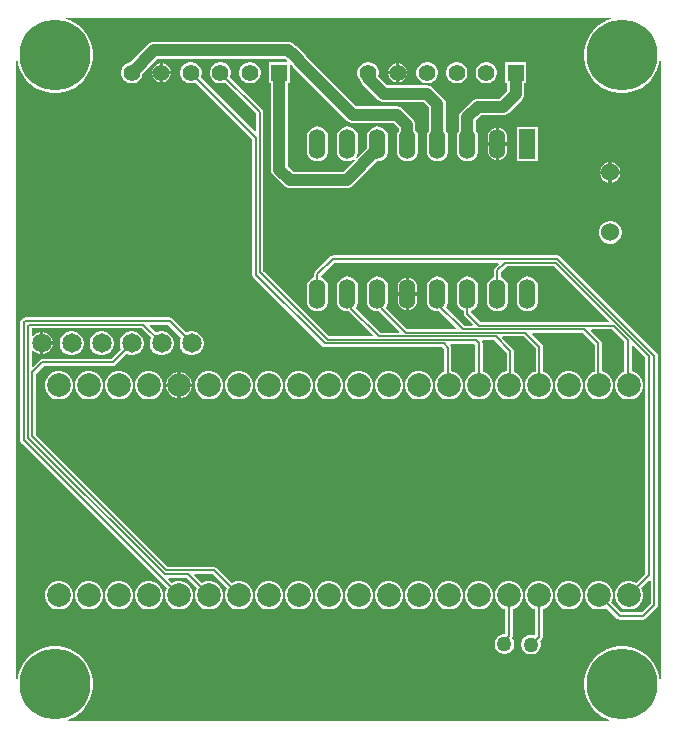
<source format=gtl>
G04*
G04 #@! TF.GenerationSoftware,Altium Limited,Altium Designer,22.11.1 (43)*
G04*
G04 Layer_Physical_Order=1*
G04 Layer_Color=255*
%FSLAX25Y25*%
%MOIN*%
G70*
G04*
G04 #@! TF.SameCoordinates,AF9D1AC7-D161-4756-986D-43FDA94486ED*
G04*
G04*
G04 #@! TF.FilePolarity,Positive*
G04*
G01*
G75*
%ADD12C,0.00787*%
%ADD20C,0.05512*%
%ADD21R,0.05512X0.05512*%
%ADD22C,0.03937*%
%ADD23C,0.23622*%
%ADD24C,0.06000*%
%ADD25O,0.05500X0.10000*%
%ADD26R,0.05500X0.10000*%
%ADD27C,0.07874*%
%ADD28C,0.06500*%
%ADD29C,0.05000*%
G36*
X185395Y12083D02*
X184140Y11675D01*
X182373Y10775D01*
X180769Y9610D01*
X179367Y8207D01*
X178201Y6603D01*
X177301Y4836D01*
X176688Y2950D01*
X176378Y991D01*
Y-991D01*
X176688Y-2950D01*
X177301Y-4836D01*
X178201Y-6603D01*
X179367Y-8207D01*
X180769Y-9610D01*
X182373Y-10775D01*
X184140Y-11675D01*
X186026Y-12288D01*
X187985Y-12598D01*
X189968D01*
X191927Y-12288D01*
X193813Y-11675D01*
X195579Y-10775D01*
X197184Y-9610D01*
X198586Y-8207D01*
X199751Y-6603D01*
X200652Y-4836D01*
X201265Y-2950D01*
X201453Y-1760D01*
X201953Y-1799D01*
Y-207847D01*
X201453Y-207886D01*
X201265Y-206696D01*
X200652Y-204809D01*
X199751Y-203043D01*
X198586Y-201438D01*
X197184Y-200036D01*
X195579Y-198871D01*
X193813Y-197970D01*
X191927Y-197357D01*
X189968Y-197047D01*
X187985D01*
X186026Y-197357D01*
X184140Y-197970D01*
X182373Y-198871D01*
X180769Y-200036D01*
X179367Y-201438D01*
X178201Y-203043D01*
X177301Y-204809D01*
X176688Y-206696D01*
X176378Y-208654D01*
Y-210637D01*
X176688Y-212596D01*
X177301Y-214482D01*
X178201Y-216249D01*
X179367Y-217853D01*
X180769Y-219255D01*
X182373Y-220421D01*
X184140Y-221321D01*
X184789Y-221532D01*
X184710Y-222032D01*
X4267D01*
X4187Y-221532D01*
X4836Y-221321D01*
X6603Y-220421D01*
X8207Y-219255D01*
X9610Y-217853D01*
X10775Y-216249D01*
X11675Y-214482D01*
X12288Y-212596D01*
X12598Y-210637D01*
Y-208654D01*
X12288Y-206696D01*
X11675Y-204809D01*
X10775Y-203043D01*
X9610Y-201438D01*
X8207Y-200036D01*
X6603Y-198871D01*
X4836Y-197970D01*
X2950Y-197357D01*
X991Y-197047D01*
X-991D01*
X-2950Y-197357D01*
X-4836Y-197970D01*
X-6603Y-198871D01*
X-8207Y-200036D01*
X-9610Y-201438D01*
X-10775Y-203043D01*
X-11675Y-204809D01*
X-12288Y-206696D01*
X-12477Y-207886D01*
X-12977Y-207846D01*
Y-1799D01*
X-12477Y-1760D01*
X-12288Y-2950D01*
X-11675Y-4836D01*
X-10775Y-6603D01*
X-9610Y-8207D01*
X-8207Y-9610D01*
X-6603Y-10775D01*
X-4836Y-11675D01*
X-2950Y-12288D01*
X-991Y-12598D01*
X991D01*
X2950Y-12288D01*
X4836Y-11675D01*
X6603Y-10775D01*
X8207Y-9610D01*
X9610Y-8207D01*
X10775Y-6603D01*
X11675Y-4836D01*
X12288Y-2950D01*
X12598Y-991D01*
Y991D01*
X12288Y2950D01*
X11675Y4836D01*
X10775Y6603D01*
X9610Y8207D01*
X8207Y9610D01*
X6603Y10775D01*
X4836Y11675D01*
X3582Y12083D01*
X3661Y12583D01*
X185316D01*
X185395Y12083D01*
D02*
G37*
%LPC*%
G36*
X36024Y-2705D02*
Y-5217D01*
X38535D01*
X38368Y-4591D01*
X37953Y-3873D01*
X37367Y-3287D01*
X36649Y-2872D01*
X36024Y-2705D01*
D02*
G37*
G36*
X114764D02*
Y-5217D01*
X117276D01*
X117108Y-4591D01*
X116693Y-3873D01*
X116107Y-3287D01*
X115389Y-2872D01*
X114764Y-2705D01*
D02*
G37*
G36*
X34843Y-2705D02*
X34217Y-2872D01*
X33499Y-3287D01*
X32913Y-3873D01*
X32498Y-4591D01*
X32331Y-5217D01*
X34843D01*
Y-2705D01*
D02*
G37*
G36*
X113583D02*
X112958Y-2872D01*
X112239Y-3287D01*
X111653Y-3873D01*
X111238Y-4591D01*
X111071Y-5217D01*
X113583D01*
Y-2705D01*
D02*
G37*
G36*
X117276Y-6398D02*
X114764D01*
Y-8910D01*
X115389Y-8742D01*
X116107Y-8327D01*
X116693Y-7741D01*
X117108Y-7023D01*
X117276Y-6398D01*
D02*
G37*
G36*
X38535D02*
X36024D01*
Y-8910D01*
X36649Y-8742D01*
X37367Y-8327D01*
X37953Y-7741D01*
X38368Y-7023D01*
X38535Y-6398D01*
D02*
G37*
G36*
X113583D02*
X111071D01*
X111238Y-7023D01*
X111653Y-7741D01*
X112239Y-8327D01*
X112958Y-8742D01*
X113583Y-8910D01*
Y-6398D01*
D02*
G37*
G36*
X34843D02*
X32331D01*
X32498Y-7023D01*
X32913Y-7741D01*
X33499Y-8327D01*
X34217Y-8742D01*
X34843Y-8910D01*
Y-6398D01*
D02*
G37*
G36*
X144167Y-2264D02*
X143234D01*
X142333Y-2505D01*
X141525Y-2972D01*
X140866Y-3632D01*
X140399Y-4439D01*
X140157Y-5341D01*
Y-6274D01*
X140399Y-7175D01*
X140866Y-7983D01*
X141525Y-8642D01*
X142333Y-9109D01*
X143234Y-9350D01*
X144167D01*
X145069Y-9109D01*
X145876Y-8642D01*
X146536Y-7983D01*
X147003Y-7175D01*
X147244Y-6274D01*
Y-5341D01*
X147003Y-4439D01*
X146536Y-3632D01*
X145876Y-2972D01*
X145069Y-2505D01*
X144167Y-2264D01*
D02*
G37*
G36*
X134325D02*
X133392D01*
X132491Y-2505D01*
X131683Y-2972D01*
X131023Y-3632D01*
X130556Y-4439D01*
X130315Y-5341D01*
Y-6274D01*
X130556Y-7175D01*
X131023Y-7983D01*
X131683Y-8642D01*
X132491Y-9109D01*
X133392Y-9350D01*
X134325D01*
X135226Y-9109D01*
X136034Y-8642D01*
X136694Y-7983D01*
X137160Y-7175D01*
X137402Y-6274D01*
Y-5341D01*
X137160Y-4439D01*
X136694Y-3632D01*
X136034Y-2972D01*
X135226Y-2505D01*
X134325Y-2264D01*
D02*
G37*
G36*
X124482D02*
X123549D01*
X122648Y-2505D01*
X121840Y-2972D01*
X121180Y-3632D01*
X120714Y-4439D01*
X120473Y-5341D01*
Y-6274D01*
X120714Y-7175D01*
X121180Y-7983D01*
X121840Y-8642D01*
X122648Y-9109D01*
X123549Y-9350D01*
X124482D01*
X125383Y-9109D01*
X126191Y-8642D01*
X126851Y-7983D01*
X127318Y-7175D01*
X127559Y-6274D01*
Y-5341D01*
X127318Y-4439D01*
X126851Y-3632D01*
X126191Y-2972D01*
X125383Y-2505D01*
X124482Y-2264D01*
D02*
G37*
G36*
X65427D02*
X64494D01*
X63593Y-2505D01*
X62785Y-2972D01*
X62125Y-3632D01*
X61659Y-4439D01*
X61417Y-5341D01*
Y-6274D01*
X61659Y-7175D01*
X62125Y-7983D01*
X62785Y-8642D01*
X63593Y-9109D01*
X64494Y-9350D01*
X65427D01*
X66328Y-9109D01*
X67136Y-8642D01*
X67796Y-7983D01*
X68262Y-7175D01*
X68504Y-6274D01*
Y-5341D01*
X68262Y-4439D01*
X67796Y-3632D01*
X67136Y-2972D01*
X66328Y-2505D01*
X65427Y-2264D01*
D02*
G37*
G36*
X55585D02*
X54652D01*
X53750Y-2505D01*
X52943Y-2972D01*
X52283Y-3632D01*
X51816Y-4439D01*
X51575Y-5341D01*
Y-6274D01*
X51816Y-7175D01*
X52283Y-7983D01*
X52943Y-8642D01*
X53750Y-9109D01*
X54652Y-9350D01*
X55585D01*
X56486Y-9109D01*
X56632Y-9024D01*
X67004Y-19396D01*
Y-25180D01*
X66543Y-25371D01*
X48493Y-7321D01*
X48577Y-7175D01*
X48819Y-6274D01*
Y-5341D01*
X48577Y-4439D01*
X48111Y-3632D01*
X47451Y-2972D01*
X46643Y-2505D01*
X45742Y-2264D01*
X44809D01*
X43908Y-2505D01*
X43100Y-2972D01*
X42440Y-3632D01*
X41974Y-4439D01*
X41732Y-5341D01*
Y-6274D01*
X41974Y-7175D01*
X42440Y-7983D01*
X43100Y-8642D01*
X43908Y-9109D01*
X44809Y-9350D01*
X45742D01*
X46643Y-9109D01*
X46790Y-9024D01*
X65725Y-27959D01*
Y-73130D01*
X65725Y-73130D01*
X65817Y-73591D01*
X66078Y-73981D01*
X89011Y-96914D01*
X89011Y-96914D01*
X89401Y-97176D01*
X89862Y-97267D01*
X129029D01*
X129701Y-97940D01*
Y-105537D01*
X129476Y-105598D01*
X128399Y-106219D01*
X127520Y-107099D01*
X126898Y-108176D01*
X126576Y-109378D01*
Y-110622D01*
X126898Y-111824D01*
X127520Y-112901D01*
X128399Y-113780D01*
X129476Y-114402D01*
X130678Y-114724D01*
X131922D01*
X133124Y-114402D01*
X134201Y-113780D01*
X135081Y-112901D01*
X135702Y-111824D01*
X136024Y-110622D01*
Y-109378D01*
X135702Y-108176D01*
X135081Y-107099D01*
X134201Y-106219D01*
X133124Y-105598D01*
X132110Y-105326D01*
Y-97441D01*
X132110Y-97441D01*
X132018Y-96980D01*
X131757Y-96589D01*
X131757Y-96589D01*
X131716Y-96548D01*
X131907Y-96086D01*
X139659D01*
X140096Y-96523D01*
Y-105432D01*
X139476Y-105598D01*
X138399Y-106219D01*
X137520Y-107099D01*
X136898Y-108176D01*
X136576Y-109378D01*
Y-110622D01*
X136898Y-111824D01*
X137520Y-112901D01*
X138399Y-113780D01*
X139476Y-114402D01*
X140678Y-114724D01*
X141922D01*
X143124Y-114402D01*
X144201Y-113780D01*
X145080Y-112901D01*
X145702Y-111824D01*
X146024Y-110622D01*
Y-109378D01*
X145702Y-108176D01*
X145080Y-107099D01*
X144201Y-106219D01*
X143124Y-105598D01*
X142504Y-105432D01*
Y-96024D01*
X142413Y-95564D01*
X142307Y-95405D01*
X142574Y-94905D01*
X146352D01*
X150567Y-99121D01*
Y-105305D01*
X149476Y-105598D01*
X148399Y-106219D01*
X147520Y-107099D01*
X146898Y-108176D01*
X146576Y-109378D01*
Y-110622D01*
X146898Y-111824D01*
X147520Y-112901D01*
X148399Y-113780D01*
X149476Y-114402D01*
X150678Y-114724D01*
X151922D01*
X153124Y-114402D01*
X154201Y-113780D01*
X155080Y-112901D01*
X155702Y-111824D01*
X156024Y-110622D01*
Y-109378D01*
X155702Y-108176D01*
X155080Y-107099D01*
X154201Y-106219D01*
X153124Y-105598D01*
X152976Y-105558D01*
Y-98622D01*
X152884Y-98161D01*
X152623Y-97771D01*
X152623Y-97771D01*
X149039Y-94186D01*
X149230Y-93724D01*
X156292D01*
X160213Y-97645D01*
Y-105400D01*
X159476Y-105598D01*
X158399Y-106219D01*
X157519Y-107099D01*
X156898Y-108176D01*
X156576Y-109378D01*
Y-110622D01*
X156898Y-111824D01*
X157519Y-112901D01*
X158399Y-113780D01*
X159476Y-114402D01*
X160678Y-114724D01*
X161922D01*
X163124Y-114402D01*
X164201Y-113780D01*
X165080Y-112901D01*
X165702Y-111824D01*
X166024Y-110622D01*
Y-109378D01*
X165702Y-108176D01*
X165080Y-107099D01*
X164201Y-106219D01*
X163124Y-105598D01*
X162622Y-105463D01*
Y-97146D01*
X162530Y-96685D01*
X162269Y-96294D01*
X162269Y-96294D01*
X158979Y-93005D01*
X159171Y-92543D01*
X175978D01*
X179898Y-96463D01*
Y-105485D01*
X179476Y-105598D01*
X178399Y-106219D01*
X177520Y-107099D01*
X176898Y-108176D01*
X176576Y-109378D01*
Y-110622D01*
X176898Y-111824D01*
X177520Y-112901D01*
X178399Y-113780D01*
X179476Y-114402D01*
X180678Y-114724D01*
X181922D01*
X183124Y-114402D01*
X184201Y-113780D01*
X185081Y-112901D01*
X185702Y-111824D01*
X186024Y-110622D01*
Y-109378D01*
X185702Y-108176D01*
X185081Y-107099D01*
X184201Y-106219D01*
X183124Y-105598D01*
X182307Y-105379D01*
Y-95965D01*
X182307Y-95965D01*
X182215Y-95504D01*
X181954Y-95113D01*
X181954Y-95113D01*
X178665Y-91824D01*
X178856Y-91362D01*
X185722D01*
X189741Y-95381D01*
Y-105527D01*
X189476Y-105598D01*
X188399Y-106219D01*
X187520Y-107099D01*
X186898Y-108176D01*
X186576Y-109378D01*
Y-110622D01*
X186898Y-111824D01*
X187520Y-112901D01*
X188399Y-113780D01*
X189476Y-114402D01*
X190678Y-114724D01*
X191922D01*
X193124Y-114402D01*
X194201Y-113780D01*
X195080Y-112901D01*
X195702Y-111824D01*
X196024Y-110622D01*
Y-109378D01*
X195702Y-108176D01*
X195080Y-107099D01*
X194201Y-106219D01*
X193124Y-105598D01*
X192149Y-105336D01*
Y-96772D01*
X192611Y-96581D01*
X196729Y-100699D01*
Y-172868D01*
X193679Y-175918D01*
X193124Y-175598D01*
X191922Y-175276D01*
X190678D01*
X189476Y-175598D01*
X188399Y-176219D01*
X187520Y-177099D01*
X186898Y-178176D01*
X186576Y-179378D01*
Y-180622D01*
X186898Y-181824D01*
X187520Y-182901D01*
X188399Y-183781D01*
X189476Y-184402D01*
X190678Y-184724D01*
X191922D01*
X193124Y-184402D01*
X194201Y-183781D01*
X195080Y-182901D01*
X195702Y-181824D01*
X196024Y-180622D01*
Y-179378D01*
X195702Y-178176D01*
X195382Y-177621D01*
X198038Y-174964D01*
X198501Y-175156D01*
Y-182701D01*
X195497Y-185705D01*
X188708D01*
X185382Y-182379D01*
X185702Y-181824D01*
X186024Y-180622D01*
Y-179378D01*
X185702Y-178176D01*
X185081Y-177099D01*
X184201Y-176219D01*
X183124Y-175598D01*
X181922Y-175276D01*
X180678D01*
X179476Y-175598D01*
X178399Y-176219D01*
X177520Y-177099D01*
X176898Y-178176D01*
X176576Y-179378D01*
Y-180622D01*
X176898Y-181824D01*
X177520Y-182901D01*
X178399Y-183781D01*
X179476Y-184402D01*
X180678Y-184724D01*
X181922D01*
X183124Y-184402D01*
X183679Y-184082D01*
X187358Y-187761D01*
X187358Y-187761D01*
X187749Y-188022D01*
X188209Y-188114D01*
X188209Y-188114D01*
X195995D01*
X195995Y-188114D01*
X196456Y-188022D01*
X196847Y-187761D01*
X200556Y-184052D01*
X200556Y-184052D01*
X200817Y-183661D01*
X200909Y-183200D01*
Y-100197D01*
X200909Y-100197D01*
X200817Y-99736D01*
X200556Y-99345D01*
X200556Y-99345D01*
X168273Y-67062D01*
X167882Y-66801D01*
X167421Y-66709D01*
X167421Y-66709D01*
X92618D01*
X92618Y-66709D01*
X92157Y-66801D01*
X91767Y-67062D01*
X91767Y-67062D01*
X86629Y-72200D01*
X86368Y-72590D01*
X86276Y-73051D01*
X86276Y-73051D01*
Y-73948D01*
X85696Y-74188D01*
X84957Y-74755D01*
X84390Y-75494D01*
X84034Y-76354D01*
X83912Y-77278D01*
Y-81778D01*
X84034Y-82701D01*
X84390Y-83561D01*
X84957Y-84301D01*
X85696Y-84868D01*
X86557Y-85224D01*
X87480Y-85346D01*
X88404Y-85224D01*
X89264Y-84868D01*
X90003Y-84301D01*
X90570Y-83561D01*
X90927Y-82701D01*
X91048Y-81778D01*
Y-77278D01*
X90927Y-76354D01*
X90570Y-75494D01*
X90003Y-74755D01*
X89264Y-74188D01*
X88808Y-73999D01*
X88749Y-73486D01*
X93117Y-69118D01*
X147719D01*
X147910Y-69580D01*
X146629Y-70861D01*
X146368Y-71252D01*
X146276Y-71713D01*
X146276Y-71713D01*
Y-73948D01*
X145696Y-74188D01*
X144957Y-74755D01*
X144390Y-75494D01*
X144034Y-76354D01*
X143912Y-77278D01*
Y-81778D01*
X144034Y-82701D01*
X144390Y-83561D01*
X144957Y-84301D01*
X145696Y-84868D01*
X146557Y-85224D01*
X147480Y-85346D01*
X148404Y-85224D01*
X149264Y-84868D01*
X150003Y-84301D01*
X150570Y-83561D01*
X150927Y-82701D01*
X151048Y-81778D01*
Y-77278D01*
X150927Y-76354D01*
X150570Y-75494D01*
X150003Y-74755D01*
X149264Y-74188D01*
X148685Y-73948D01*
Y-72211D01*
X150499Y-70397D01*
X166427D01*
X184522Y-88491D01*
X184330Y-88953D01*
X141936D01*
X138684Y-85702D01*
Y-85108D01*
X139264Y-84868D01*
X140003Y-84301D01*
X140570Y-83561D01*
X140927Y-82701D01*
X141048Y-81778D01*
Y-77278D01*
X140927Y-76354D01*
X140570Y-75494D01*
X140003Y-74755D01*
X139264Y-74188D01*
X138404Y-73831D01*
X137480Y-73710D01*
X136557Y-73831D01*
X135696Y-74188D01*
X134957Y-74755D01*
X134390Y-75494D01*
X134034Y-76354D01*
X133912Y-77278D01*
Y-81778D01*
X134034Y-82701D01*
X134390Y-83561D01*
X134957Y-84301D01*
X135696Y-84868D01*
X136276Y-85108D01*
Y-86201D01*
X136276Y-86201D01*
X136368Y-86662D01*
X136629Y-87052D01*
X139249Y-89672D01*
X139058Y-90134D01*
X136326D01*
X130215Y-84024D01*
X130570Y-83561D01*
X130927Y-82701D01*
X131048Y-81778D01*
Y-77278D01*
X130927Y-76354D01*
X130570Y-75494D01*
X130003Y-74755D01*
X129264Y-74188D01*
X128404Y-73831D01*
X127480Y-73710D01*
X126557Y-73831D01*
X125696Y-74188D01*
X124957Y-74755D01*
X124390Y-75494D01*
X124034Y-76354D01*
X123912Y-77278D01*
Y-81778D01*
X124034Y-82701D01*
X124390Y-83561D01*
X124957Y-84301D01*
X125696Y-84868D01*
X126557Y-85224D01*
X127480Y-85346D01*
X128055Y-85270D01*
X133639Y-90854D01*
X133447Y-91315D01*
X117428D01*
X110181Y-84069D01*
X110570Y-83561D01*
X110927Y-82701D01*
X111048Y-81778D01*
Y-77278D01*
X110927Y-76354D01*
X110570Y-75494D01*
X110003Y-74755D01*
X109264Y-74188D01*
X108404Y-73831D01*
X107480Y-73710D01*
X106557Y-73831D01*
X105696Y-74188D01*
X104957Y-74755D01*
X104390Y-75494D01*
X104034Y-76354D01*
X103912Y-77278D01*
Y-81778D01*
X104034Y-82701D01*
X104390Y-83561D01*
X104957Y-84301D01*
X105696Y-84868D01*
X106557Y-85224D01*
X107480Y-85346D01*
X107985Y-85279D01*
X114741Y-92035D01*
X114550Y-92497D01*
X108570D01*
X100164Y-84091D01*
X100570Y-83561D01*
X100927Y-82701D01*
X101048Y-81778D01*
Y-77278D01*
X100927Y-76354D01*
X100570Y-75494D01*
X100003Y-74755D01*
X99264Y-74188D01*
X98404Y-73831D01*
X97480Y-73710D01*
X96557Y-73831D01*
X95696Y-74188D01*
X94957Y-74755D01*
X94390Y-75494D01*
X94034Y-76354D01*
X93912Y-77278D01*
Y-81778D01*
X94034Y-82701D01*
X94390Y-83561D01*
X94957Y-84301D01*
X95696Y-84868D01*
X96557Y-85224D01*
X97480Y-85346D01*
X97952Y-85283D01*
X97955Y-85288D01*
X105883Y-93216D01*
X105691Y-93678D01*
X91345D01*
X69413Y-71745D01*
Y-18898D01*
X69321Y-18437D01*
X69060Y-18046D01*
X69060Y-18046D01*
X58335Y-7321D01*
X58420Y-7175D01*
X58661Y-6274D01*
Y-5341D01*
X58420Y-4439D01*
X57953Y-3632D01*
X57294Y-2972D01*
X56486Y-2505D01*
X55585Y-2264D01*
D02*
G37*
G36*
X148071Y-24184D02*
Y-28937D01*
X150651D01*
Y-27278D01*
X150543Y-26457D01*
X150226Y-25692D01*
X149722Y-25035D01*
X149066Y-24532D01*
X148301Y-24215D01*
X148071Y-24184D01*
D02*
G37*
G36*
X146890Y-24184D02*
X146660Y-24215D01*
X145895Y-24532D01*
X145238Y-25035D01*
X144734Y-25692D01*
X144418Y-26457D01*
X144309Y-27278D01*
Y-28937D01*
X146890D01*
Y-24184D01*
D02*
G37*
G36*
X150651Y-30118D02*
X148071D01*
Y-34871D01*
X148301Y-34840D01*
X149066Y-34524D01*
X149722Y-34020D01*
X150226Y-33363D01*
X150543Y-32598D01*
X150651Y-31778D01*
Y-30118D01*
D02*
G37*
G36*
X146890D02*
X144309D01*
Y-31778D01*
X144418Y-32598D01*
X144734Y-33363D01*
X145238Y-34020D01*
X145895Y-34524D01*
X146660Y-34840D01*
X146890Y-34871D01*
Y-30118D01*
D02*
G37*
G36*
X161018Y-23740D02*
X153943D01*
Y-35315D01*
X161018D01*
Y-23740D01*
D02*
G37*
G36*
X157087Y-2264D02*
X150000D01*
Y-9350D01*
X150764D01*
Y-11841D01*
X148171Y-14433D01*
X140940D01*
X140220Y-14528D01*
X139550Y-14806D01*
X138974Y-15247D01*
X135515Y-18707D01*
X135073Y-19282D01*
X134795Y-19953D01*
X134701Y-20672D01*
Y-25089D01*
X134390Y-25494D01*
X134034Y-26354D01*
X133912Y-27278D01*
Y-31778D01*
X134034Y-32701D01*
X134390Y-33562D01*
X134957Y-34301D01*
X135696Y-34868D01*
X136557Y-35224D01*
X137480Y-35346D01*
X138404Y-35224D01*
X139264Y-34868D01*
X140003Y-34301D01*
X140570Y-33562D01*
X140927Y-32701D01*
X141048Y-31778D01*
Y-27278D01*
X140927Y-26354D01*
X140570Y-25494D01*
X140260Y-25089D01*
Y-21824D01*
X142091Y-19993D01*
X149323D01*
X150042Y-19898D01*
X150712Y-19620D01*
X151288Y-19178D01*
X155509Y-14958D01*
X155951Y-14382D01*
X156228Y-13712D01*
X156323Y-12992D01*
Y-9350D01*
X157087D01*
Y-2264D01*
D02*
G37*
G36*
X104797D02*
X103864D01*
X102963Y-2505D01*
X102155Y-2972D01*
X101495Y-3632D01*
X101029Y-4439D01*
X100787Y-5341D01*
Y-6274D01*
X101029Y-7175D01*
X101495Y-7983D01*
X101637Y-8125D01*
X101646Y-8189D01*
X101923Y-8859D01*
X102365Y-9435D01*
X107691Y-14761D01*
X108267Y-15202D01*
X108937Y-15480D01*
X109656Y-15575D01*
X122870D01*
X124701Y-17406D01*
Y-25089D01*
X124390Y-25494D01*
X124034Y-26354D01*
X123912Y-27278D01*
Y-31778D01*
X124034Y-32701D01*
X124390Y-33562D01*
X124957Y-34301D01*
X125696Y-34868D01*
X126557Y-35224D01*
X127480Y-35346D01*
X128404Y-35224D01*
X129264Y-34868D01*
X130003Y-34301D01*
X130570Y-33562D01*
X130927Y-32701D01*
X131048Y-31778D01*
Y-27278D01*
X130927Y-26354D01*
X130570Y-25494D01*
X130260Y-25089D01*
Y-16255D01*
X130165Y-15535D01*
X129888Y-14865D01*
X129446Y-14289D01*
X125987Y-10830D01*
X125411Y-10388D01*
X124740Y-10110D01*
X124021Y-10016D01*
X110808D01*
X107703Y-6911D01*
X107874Y-6274D01*
Y-5341D01*
X107633Y-4439D01*
X107166Y-3632D01*
X106506Y-2972D01*
X105698Y-2505D01*
X104797Y-2264D01*
D02*
G37*
G36*
X77756Y4453D02*
X33071D01*
X32351Y4358D01*
X31681Y4081D01*
X31105Y3639D01*
X25203Y-2264D01*
X25124D01*
X24223Y-2505D01*
X23415Y-2972D01*
X22755Y-3632D01*
X22289Y-4439D01*
X22047Y-5341D01*
Y-6274D01*
X22289Y-7175D01*
X22755Y-7983D01*
X23415Y-8642D01*
X24223Y-9109D01*
X25124Y-9350D01*
X26057D01*
X26958Y-9109D01*
X27766Y-8642D01*
X28426Y-7983D01*
X28892Y-7175D01*
X29134Y-6274D01*
Y-6195D01*
X34222Y-1106D01*
X76604D01*
X76775Y-1276D01*
X77350Y-1718D01*
X77460Y-1764D01*
X77361Y-2264D01*
X71260D01*
Y-9350D01*
X72023D01*
Y-38075D01*
X72118Y-38795D01*
X72396Y-39465D01*
X72838Y-40041D01*
X76297Y-43500D01*
X76873Y-43942D01*
X77543Y-44220D01*
X78263Y-44314D01*
X97318D01*
X98037Y-44220D01*
X98707Y-43942D01*
X99283Y-43500D01*
X107443Y-35341D01*
X107480Y-35346D01*
X108404Y-35224D01*
X109264Y-34868D01*
X110003Y-34301D01*
X110570Y-33562D01*
X110927Y-32701D01*
X111048Y-31778D01*
Y-27278D01*
X110927Y-26354D01*
X110570Y-25494D01*
X110003Y-24755D01*
X109264Y-24188D01*
X108404Y-23831D01*
X107480Y-23710D01*
X106557Y-23831D01*
X105696Y-24188D01*
X104957Y-24755D01*
X104390Y-25494D01*
X104034Y-26354D01*
X103912Y-27278D01*
Y-31009D01*
X100675Y-34246D01*
X100298Y-33916D01*
X100570Y-33562D01*
X100927Y-32701D01*
X101048Y-31778D01*
Y-27278D01*
X100927Y-26354D01*
X100570Y-25494D01*
X100003Y-24755D01*
X99264Y-24188D01*
X98404Y-23831D01*
X97480Y-23710D01*
X96557Y-23831D01*
X95696Y-24188D01*
X94957Y-24755D01*
X94390Y-25494D01*
X94034Y-26354D01*
X93912Y-27278D01*
Y-31778D01*
X94034Y-32701D01*
X94390Y-33562D01*
X94957Y-34301D01*
X95696Y-34868D01*
X96557Y-35224D01*
X97480Y-35346D01*
X98404Y-35224D01*
X99264Y-34868D01*
X99619Y-34596D01*
X99949Y-34972D01*
X96166Y-38755D01*
X79414D01*
X77583Y-36924D01*
Y-9350D01*
X78347D01*
Y-3249D01*
X78847Y-3150D01*
X78892Y-3260D01*
X79334Y-3836D01*
X97247Y-21749D01*
X97823Y-22191D01*
X98493Y-22468D01*
X99213Y-22563D01*
X112667D01*
X114498Y-24394D01*
Y-25354D01*
X114390Y-25494D01*
X114034Y-26354D01*
X113912Y-27278D01*
Y-31778D01*
X114034Y-32701D01*
X114390Y-33562D01*
X114957Y-34301D01*
X115696Y-34868D01*
X116557Y-35224D01*
X117480Y-35346D01*
X118404Y-35224D01*
X119264Y-34868D01*
X120003Y-34301D01*
X120570Y-33562D01*
X120927Y-32701D01*
X121048Y-31778D01*
Y-27278D01*
X120927Y-26354D01*
X120570Y-25494D01*
X120057Y-24825D01*
Y-23243D01*
X119963Y-22523D01*
X119685Y-21853D01*
X119243Y-21277D01*
X115784Y-17818D01*
X115208Y-17376D01*
X114538Y-17098D01*
X113818Y-17004D01*
X100364D01*
X83872Y-512D01*
X83706Y-112D01*
X83265Y464D01*
X81074Y2654D01*
X80498Y3096D01*
X80098Y3262D01*
X79721Y3639D01*
X79146Y4081D01*
X78475Y4358D01*
X77756Y4453D01*
D02*
G37*
G36*
X87480Y-23710D02*
X86557Y-23831D01*
X85696Y-24188D01*
X84957Y-24755D01*
X84390Y-25494D01*
X84034Y-26354D01*
X83912Y-27278D01*
Y-31778D01*
X84034Y-32701D01*
X84390Y-33562D01*
X84957Y-34301D01*
X85696Y-34868D01*
X86557Y-35224D01*
X87480Y-35346D01*
X88404Y-35224D01*
X89264Y-34868D01*
X90003Y-34301D01*
X90570Y-33562D01*
X90927Y-32701D01*
X91048Y-31778D01*
Y-27278D01*
X90927Y-26354D01*
X90570Y-25494D01*
X90003Y-24755D01*
X89264Y-24188D01*
X88404Y-23831D01*
X87480Y-23710D01*
D02*
G37*
G36*
X185630Y-35700D02*
Y-38465D01*
X188395D01*
X188202Y-37745D01*
X187755Y-36971D01*
X187123Y-36340D01*
X186349Y-35893D01*
X185630Y-35700D01*
D02*
G37*
G36*
X184449D02*
X183729Y-35893D01*
X182956Y-36340D01*
X182324Y-36971D01*
X181877Y-37745D01*
X181684Y-38465D01*
X184449D01*
Y-35700D01*
D02*
G37*
G36*
X188395Y-39646D02*
X185630D01*
Y-42410D01*
X186349Y-42217D01*
X187123Y-41771D01*
X187755Y-41139D01*
X188202Y-40365D01*
X188395Y-39646D01*
D02*
G37*
G36*
X184449D02*
X181684D01*
X181877Y-40365D01*
X182324Y-41139D01*
X182956Y-41771D01*
X183729Y-42217D01*
X184449Y-42410D01*
Y-39646D01*
D02*
G37*
G36*
X185538Y-55268D02*
X184541D01*
X183578Y-55526D01*
X182714Y-56024D01*
X182009Y-56730D01*
X181510Y-57593D01*
X181252Y-58556D01*
Y-59554D01*
X181510Y-60517D01*
X182009Y-61381D01*
X182714Y-62086D01*
X183578Y-62584D01*
X184541Y-62843D01*
X185538D01*
X186501Y-62584D01*
X187365Y-62086D01*
X188070Y-61381D01*
X188569Y-60517D01*
X188827Y-59554D01*
Y-58556D01*
X188569Y-57593D01*
X188070Y-56730D01*
X187365Y-56024D01*
X186501Y-55526D01*
X185538Y-55268D01*
D02*
G37*
G36*
X118071Y-74185D02*
Y-78937D01*
X120651D01*
Y-77278D01*
X120543Y-76457D01*
X120226Y-75692D01*
X119722Y-75035D01*
X119066Y-74532D01*
X118301Y-74215D01*
X118071Y-74185D01*
D02*
G37*
G36*
X116890Y-74185D02*
X116660Y-74215D01*
X115895Y-74532D01*
X115238Y-75035D01*
X114734Y-75692D01*
X114418Y-76457D01*
X114310Y-77278D01*
Y-78937D01*
X116890D01*
Y-74185D01*
D02*
G37*
G36*
X120651Y-80118D02*
X118071D01*
Y-84871D01*
X118301Y-84840D01*
X119066Y-84524D01*
X119722Y-84020D01*
X120226Y-83363D01*
X120543Y-82598D01*
X120651Y-81778D01*
Y-80118D01*
D02*
G37*
G36*
X116890D02*
X114310D01*
Y-81778D01*
X114418Y-82598D01*
X114734Y-83363D01*
X115238Y-84020D01*
X115895Y-84524D01*
X116660Y-84840D01*
X116890Y-84871D01*
Y-80118D01*
D02*
G37*
G36*
X157480Y-73710D02*
X156557Y-73831D01*
X155696Y-74188D01*
X154957Y-74755D01*
X154390Y-75494D01*
X154034Y-76354D01*
X153912Y-77278D01*
Y-81778D01*
X154034Y-82701D01*
X154390Y-83561D01*
X154957Y-84301D01*
X155696Y-84868D01*
X156557Y-85224D01*
X157480Y-85346D01*
X158404Y-85224D01*
X159264Y-84868D01*
X160003Y-84301D01*
X160570Y-83561D01*
X160927Y-82701D01*
X161048Y-81778D01*
Y-77278D01*
X160927Y-76354D01*
X160570Y-75494D01*
X160003Y-74755D01*
X159264Y-74188D01*
X158404Y-73831D01*
X157480Y-73710D01*
D02*
G37*
G36*
X38169Y-87378D02*
X38169Y-87378D01*
X-9972D01*
X-9972Y-87378D01*
X-10433Y-87470D01*
X-10823Y-87731D01*
X-10823Y-87731D01*
X-11285Y-88192D01*
X-11546Y-88583D01*
X-11637Y-89044D01*
X-11637Y-89044D01*
Y-128267D01*
X-11637Y-128267D01*
X-11546Y-128728D01*
X-11285Y-129119D01*
X37218Y-177621D01*
X36898Y-178176D01*
X36576Y-179378D01*
Y-180622D01*
X36898Y-181824D01*
X37519Y-182901D01*
X38399Y-183781D01*
X39476Y-184402D01*
X40678Y-184724D01*
X41922D01*
X43124Y-184402D01*
X44201Y-183781D01*
X45081Y-182901D01*
X45702Y-181824D01*
X46024Y-180622D01*
Y-179378D01*
X45702Y-178176D01*
X45081Y-177099D01*
X44201Y-176219D01*
X43124Y-175598D01*
X41922Y-175276D01*
X40678D01*
X39476Y-175598D01*
X38921Y-175918D01*
X37701Y-174698D01*
X37892Y-174236D01*
X43833D01*
X47218Y-177621D01*
X46898Y-178176D01*
X46576Y-179378D01*
Y-180622D01*
X46898Y-181824D01*
X47519Y-182901D01*
X48399Y-183781D01*
X49476Y-184402D01*
X50678Y-184724D01*
X51922D01*
X53124Y-184402D01*
X54201Y-183781D01*
X55080Y-182901D01*
X55702Y-181824D01*
X56024Y-180622D01*
Y-179378D01*
X55702Y-178176D01*
X55080Y-177099D01*
X54201Y-176219D01*
X53124Y-175598D01*
X51922Y-175276D01*
X50678D01*
X49476Y-175598D01*
X48921Y-175918D01*
X46309Y-173306D01*
X46500Y-172844D01*
X52441D01*
X57218Y-177621D01*
X56898Y-178176D01*
X56576Y-179378D01*
Y-180622D01*
X56898Y-181824D01*
X57520Y-182901D01*
X58399Y-183781D01*
X59476Y-184402D01*
X60678Y-184724D01*
X61922D01*
X63124Y-184402D01*
X64201Y-183781D01*
X65080Y-182901D01*
X65702Y-181824D01*
X66024Y-180622D01*
Y-179378D01*
X65702Y-178176D01*
X65080Y-177099D01*
X64201Y-176219D01*
X63124Y-175598D01*
X61922Y-175276D01*
X60678D01*
X59476Y-175598D01*
X58921Y-175918D01*
X53791Y-170788D01*
X53400Y-170527D01*
X52939Y-170435D01*
X52939Y-170435D01*
X37591D01*
X-6374Y-126470D01*
Y-106208D01*
X-3734Y-103566D01*
X19153D01*
X19154Y-103567D01*
X19614Y-103475D01*
X20005Y-103214D01*
X23675Y-99543D01*
X23993Y-99727D01*
X25020Y-100002D01*
X26083D01*
X27110Y-99727D01*
X28030Y-99195D01*
X28782Y-98444D01*
X29313Y-97523D01*
X29589Y-96496D01*
Y-95433D01*
X29313Y-94406D01*
X28782Y-93486D01*
X28030Y-92734D01*
X27110Y-92202D01*
X26083Y-91927D01*
X25020D01*
X23993Y-92202D01*
X23072Y-92734D01*
X22320Y-93486D01*
X21789Y-94406D01*
X21514Y-95433D01*
Y-96496D01*
X21789Y-97523D01*
X21972Y-97840D01*
X18655Y-101158D01*
X-4232D01*
X-4232Y-101158D01*
X-4693Y-101250D01*
X-5084Y-101511D01*
X-7389Y-103816D01*
X-7851Y-103624D01*
Y-98359D01*
X-7414Y-98218D01*
X-7351Y-98216D01*
X-6686Y-98880D01*
X-5855Y-99360D01*
X-5039Y-99579D01*
Y-95965D01*
Y-92351D01*
X-5855Y-92569D01*
X-6686Y-93049D01*
X-7351Y-93714D01*
X-7414Y-93711D01*
X-7851Y-93570D01*
Y-90968D01*
X28852D01*
X31972Y-94089D01*
X31789Y-94406D01*
X31514Y-95433D01*
Y-96496D01*
X31789Y-97523D01*
X32320Y-98444D01*
X33072Y-99195D01*
X33993Y-99727D01*
X35020Y-100002D01*
X36083D01*
X37110Y-99727D01*
X38030Y-99195D01*
X38782Y-98444D01*
X39313Y-97523D01*
X39589Y-96496D01*
Y-95433D01*
X39313Y-94406D01*
X38782Y-93486D01*
X38030Y-92734D01*
X37110Y-92202D01*
X36083Y-91927D01*
X35020D01*
X33993Y-92202D01*
X33675Y-92386D01*
X31539Y-90249D01*
X31730Y-89787D01*
X37670D01*
X41972Y-94089D01*
X41789Y-94406D01*
X41514Y-95433D01*
Y-96496D01*
X41789Y-97523D01*
X42320Y-98444D01*
X43072Y-99195D01*
X43993Y-99727D01*
X45020Y-100002D01*
X46083D01*
X47110Y-99727D01*
X48030Y-99195D01*
X48782Y-98444D01*
X49313Y-97523D01*
X49589Y-96496D01*
Y-95433D01*
X49313Y-94406D01*
X48782Y-93486D01*
X48030Y-92734D01*
X47110Y-92202D01*
X46083Y-91927D01*
X45020D01*
X43993Y-92202D01*
X43675Y-92386D01*
X39021Y-87731D01*
X38630Y-87470D01*
X38169Y-87378D01*
D02*
G37*
G36*
X-3858Y-92351D02*
Y-95374D01*
X-835D01*
X-1053Y-94558D01*
X-1533Y-93727D01*
X-2211Y-93049D01*
X-3042Y-92569D01*
X-3858Y-92351D01*
D02*
G37*
G36*
X-835Y-96555D02*
X-3858D01*
Y-99579D01*
X-3042Y-99360D01*
X-2211Y-98880D01*
X-1533Y-98202D01*
X-1053Y-97371D01*
X-835Y-96555D01*
D02*
G37*
G36*
X16083Y-91927D02*
X15020D01*
X13993Y-92202D01*
X13072Y-92734D01*
X12320Y-93486D01*
X11789Y-94406D01*
X11514Y-95433D01*
Y-96496D01*
X11789Y-97523D01*
X12320Y-98444D01*
X13072Y-99195D01*
X13993Y-99727D01*
X15020Y-100002D01*
X16083D01*
X17110Y-99727D01*
X18030Y-99195D01*
X18782Y-98444D01*
X19313Y-97523D01*
X19589Y-96496D01*
Y-95433D01*
X19313Y-94406D01*
X18782Y-93486D01*
X18030Y-92734D01*
X17110Y-92202D01*
X16083Y-91927D01*
D02*
G37*
G36*
X6083D02*
X5020D01*
X3993Y-92202D01*
X3072Y-92734D01*
X2320Y-93486D01*
X1789Y-94406D01*
X1514Y-95433D01*
Y-96496D01*
X1789Y-97523D01*
X2320Y-98444D01*
X3072Y-99195D01*
X3993Y-99727D01*
X5020Y-100002D01*
X6083D01*
X7110Y-99727D01*
X8030Y-99195D01*
X8782Y-98444D01*
X9313Y-97523D01*
X9589Y-96496D01*
Y-95433D01*
X9313Y-94406D01*
X8782Y-93486D01*
X8030Y-92734D01*
X7110Y-92202D01*
X6083Y-91927D01*
D02*
G37*
G36*
X41891Y-105675D02*
Y-109409D01*
X45625D01*
X45336Y-108328D01*
X44765Y-107341D01*
X43959Y-106535D01*
X42972Y-105964D01*
X41891Y-105675D01*
D02*
G37*
G36*
X40709D02*
X39628Y-105964D01*
X38641Y-106535D01*
X37835Y-107341D01*
X37264Y-108328D01*
X36975Y-109409D01*
X40709D01*
Y-105675D01*
D02*
G37*
G36*
X45625Y-110591D02*
X41891D01*
Y-114325D01*
X42972Y-114036D01*
X43959Y-113465D01*
X44765Y-112659D01*
X45336Y-111672D01*
X45625Y-110591D01*
D02*
G37*
G36*
X40709D02*
X36975D01*
X37264Y-111672D01*
X37835Y-112659D01*
X38641Y-113465D01*
X39628Y-114036D01*
X40709Y-114325D01*
Y-110591D01*
D02*
G37*
G36*
X171922Y-105276D02*
X170678D01*
X169476Y-105598D01*
X168399Y-106219D01*
X167519Y-107099D01*
X166898Y-108176D01*
X166576Y-109378D01*
Y-110622D01*
X166898Y-111824D01*
X167519Y-112901D01*
X168399Y-113780D01*
X169476Y-114402D01*
X170678Y-114724D01*
X171922D01*
X173124Y-114402D01*
X174201Y-113780D01*
X175081Y-112901D01*
X175702Y-111824D01*
X176024Y-110622D01*
Y-109378D01*
X175702Y-108176D01*
X175081Y-107099D01*
X174201Y-106219D01*
X173124Y-105598D01*
X171922Y-105276D01*
D02*
G37*
G36*
X121922D02*
X120678D01*
X119476Y-105598D01*
X118399Y-106219D01*
X117519Y-107099D01*
X116898Y-108176D01*
X116576Y-109378D01*
Y-110622D01*
X116898Y-111824D01*
X117519Y-112901D01*
X118399Y-113780D01*
X119476Y-114402D01*
X120678Y-114724D01*
X121922D01*
X123124Y-114402D01*
X124201Y-113780D01*
X125081Y-112901D01*
X125702Y-111824D01*
X126024Y-110622D01*
Y-109378D01*
X125702Y-108176D01*
X125081Y-107099D01*
X124201Y-106219D01*
X123124Y-105598D01*
X121922Y-105276D01*
D02*
G37*
G36*
X111922D02*
X110678D01*
X109476Y-105598D01*
X108399Y-106219D01*
X107519Y-107099D01*
X106898Y-108176D01*
X106576Y-109378D01*
Y-110622D01*
X106898Y-111824D01*
X107519Y-112901D01*
X108399Y-113780D01*
X109476Y-114402D01*
X110678Y-114724D01*
X111922D01*
X113124Y-114402D01*
X114201Y-113780D01*
X115080Y-112901D01*
X115702Y-111824D01*
X116024Y-110622D01*
Y-109378D01*
X115702Y-108176D01*
X115080Y-107099D01*
X114201Y-106219D01*
X113124Y-105598D01*
X111922Y-105276D01*
D02*
G37*
G36*
X101922D02*
X100678D01*
X99476Y-105598D01*
X98399Y-106219D01*
X97519Y-107099D01*
X96898Y-108176D01*
X96576Y-109378D01*
Y-110622D01*
X96898Y-111824D01*
X97519Y-112901D01*
X98399Y-113780D01*
X99476Y-114402D01*
X100678Y-114724D01*
X101922D01*
X103124Y-114402D01*
X104201Y-113780D01*
X105080Y-112901D01*
X105702Y-111824D01*
X106024Y-110622D01*
Y-109378D01*
X105702Y-108176D01*
X105080Y-107099D01*
X104201Y-106219D01*
X103124Y-105598D01*
X101922Y-105276D01*
D02*
G37*
G36*
X91922D02*
X90678D01*
X89476Y-105598D01*
X88399Y-106219D01*
X87520Y-107099D01*
X86898Y-108176D01*
X86576Y-109378D01*
Y-110622D01*
X86898Y-111824D01*
X87520Y-112901D01*
X88399Y-113780D01*
X89476Y-114402D01*
X90678Y-114724D01*
X91922D01*
X93124Y-114402D01*
X94201Y-113780D01*
X95081Y-112901D01*
X95702Y-111824D01*
X96024Y-110622D01*
Y-109378D01*
X95702Y-108176D01*
X95081Y-107099D01*
X94201Y-106219D01*
X93124Y-105598D01*
X91922Y-105276D01*
D02*
G37*
G36*
X81922D02*
X80678D01*
X79476Y-105598D01*
X78399Y-106219D01*
X77520Y-107099D01*
X76898Y-108176D01*
X76576Y-109378D01*
Y-110622D01*
X76898Y-111824D01*
X77520Y-112901D01*
X78399Y-113780D01*
X79476Y-114402D01*
X80678Y-114724D01*
X81922D01*
X83124Y-114402D01*
X84201Y-113780D01*
X85080Y-112901D01*
X85702Y-111824D01*
X86024Y-110622D01*
Y-109378D01*
X85702Y-108176D01*
X85080Y-107099D01*
X84201Y-106219D01*
X83124Y-105598D01*
X81922Y-105276D01*
D02*
G37*
G36*
X71922D02*
X70678D01*
X69476Y-105598D01*
X68399Y-106219D01*
X67519Y-107099D01*
X66898Y-108176D01*
X66576Y-109378D01*
Y-110622D01*
X66898Y-111824D01*
X67519Y-112901D01*
X68399Y-113780D01*
X69476Y-114402D01*
X70678Y-114724D01*
X71922D01*
X73124Y-114402D01*
X74201Y-113780D01*
X75081Y-112901D01*
X75702Y-111824D01*
X76024Y-110622D01*
Y-109378D01*
X75702Y-108176D01*
X75081Y-107099D01*
X74201Y-106219D01*
X73124Y-105598D01*
X71922Y-105276D01*
D02*
G37*
G36*
X61922D02*
X60678D01*
X59476Y-105598D01*
X58399Y-106219D01*
X57520Y-107099D01*
X56898Y-108176D01*
X56576Y-109378D01*
Y-110622D01*
X56898Y-111824D01*
X57520Y-112901D01*
X58399Y-113780D01*
X59476Y-114402D01*
X60678Y-114724D01*
X61922D01*
X63124Y-114402D01*
X64201Y-113780D01*
X65080Y-112901D01*
X65702Y-111824D01*
X66024Y-110622D01*
Y-109378D01*
X65702Y-108176D01*
X65080Y-107099D01*
X64201Y-106219D01*
X63124Y-105598D01*
X61922Y-105276D01*
D02*
G37*
G36*
X51922D02*
X50678D01*
X49476Y-105598D01*
X48399Y-106219D01*
X47519Y-107099D01*
X46898Y-108176D01*
X46576Y-109378D01*
Y-110622D01*
X46898Y-111824D01*
X47519Y-112901D01*
X48399Y-113780D01*
X49476Y-114402D01*
X50678Y-114724D01*
X51922D01*
X53124Y-114402D01*
X54201Y-113780D01*
X55080Y-112901D01*
X55702Y-111824D01*
X56024Y-110622D01*
Y-109378D01*
X55702Y-108176D01*
X55080Y-107099D01*
X54201Y-106219D01*
X53124Y-105598D01*
X51922Y-105276D01*
D02*
G37*
G36*
X31922D02*
X30678D01*
X29476Y-105598D01*
X28399Y-106219D01*
X27520Y-107099D01*
X26898Y-108176D01*
X26576Y-109378D01*
Y-110622D01*
X26898Y-111824D01*
X27520Y-112901D01*
X28399Y-113780D01*
X29476Y-114402D01*
X30678Y-114724D01*
X31922D01*
X33124Y-114402D01*
X34201Y-113780D01*
X35081Y-112901D01*
X35702Y-111824D01*
X36024Y-110622D01*
Y-109378D01*
X35702Y-108176D01*
X35081Y-107099D01*
X34201Y-106219D01*
X33124Y-105598D01*
X31922Y-105276D01*
D02*
G37*
G36*
X21922D02*
X20678D01*
X19476Y-105598D01*
X18399Y-106219D01*
X17519Y-107099D01*
X16898Y-108176D01*
X16576Y-109378D01*
Y-110622D01*
X16898Y-111824D01*
X17519Y-112901D01*
X18399Y-113780D01*
X19476Y-114402D01*
X20678Y-114724D01*
X21922D01*
X23124Y-114402D01*
X24201Y-113780D01*
X25080Y-112901D01*
X25702Y-111824D01*
X26024Y-110622D01*
Y-109378D01*
X25702Y-108176D01*
X25080Y-107099D01*
X24201Y-106219D01*
X23124Y-105598D01*
X21922Y-105276D01*
D02*
G37*
G36*
X11922D02*
X10678D01*
X9476Y-105598D01*
X8399Y-106219D01*
X7519Y-107099D01*
X6898Y-108176D01*
X6576Y-109378D01*
Y-110622D01*
X6898Y-111824D01*
X7519Y-112901D01*
X8399Y-113780D01*
X9476Y-114402D01*
X10678Y-114724D01*
X11922D01*
X13124Y-114402D01*
X14201Y-113780D01*
X15080Y-112901D01*
X15702Y-111824D01*
X16024Y-110622D01*
Y-109378D01*
X15702Y-108176D01*
X15080Y-107099D01*
X14201Y-106219D01*
X13124Y-105598D01*
X11922Y-105276D01*
D02*
G37*
G36*
X1922D02*
X678D01*
X-524Y-105598D01*
X-1601Y-106219D01*
X-2481Y-107099D01*
X-3102Y-108176D01*
X-3424Y-109378D01*
Y-110622D01*
X-3102Y-111824D01*
X-2481Y-112901D01*
X-1601Y-113780D01*
X-524Y-114402D01*
X678Y-114724D01*
X1922D01*
X3124Y-114402D01*
X4201Y-113780D01*
X5080Y-112901D01*
X5703Y-111824D01*
X6024Y-110622D01*
Y-109378D01*
X5703Y-108176D01*
X5080Y-107099D01*
X4201Y-106219D01*
X3124Y-105598D01*
X1922Y-105276D01*
D02*
G37*
G36*
X171922Y-175276D02*
X170678D01*
X169476Y-175598D01*
X168399Y-176219D01*
X167519Y-177099D01*
X166898Y-178176D01*
X166576Y-179378D01*
Y-180622D01*
X166898Y-181824D01*
X167519Y-182901D01*
X168399Y-183781D01*
X169476Y-184402D01*
X170678Y-184724D01*
X171922D01*
X173124Y-184402D01*
X174201Y-183781D01*
X175081Y-182901D01*
X175702Y-181824D01*
X176024Y-180622D01*
Y-179378D01*
X175702Y-178176D01*
X175081Y-177099D01*
X174201Y-176219D01*
X173124Y-175598D01*
X171922Y-175276D01*
D02*
G37*
G36*
X141922D02*
X140678D01*
X139476Y-175598D01*
X138399Y-176219D01*
X137520Y-177099D01*
X136898Y-178176D01*
X136576Y-179378D01*
Y-180622D01*
X136898Y-181824D01*
X137520Y-182901D01*
X138399Y-183781D01*
X139476Y-184402D01*
X140678Y-184724D01*
X141922D01*
X143124Y-184402D01*
X144201Y-183781D01*
X145080Y-182901D01*
X145702Y-181824D01*
X146024Y-180622D01*
Y-179378D01*
X145702Y-178176D01*
X145080Y-177099D01*
X144201Y-176219D01*
X143124Y-175598D01*
X141922Y-175276D01*
D02*
G37*
G36*
X131922D02*
X130678D01*
X129476Y-175598D01*
X128399Y-176219D01*
X127520Y-177099D01*
X126898Y-178176D01*
X126576Y-179378D01*
Y-180622D01*
X126898Y-181824D01*
X127520Y-182901D01*
X128399Y-183781D01*
X129476Y-184402D01*
X130678Y-184724D01*
X131922D01*
X133124Y-184402D01*
X134201Y-183781D01*
X135081Y-182901D01*
X135702Y-181824D01*
X136024Y-180622D01*
Y-179378D01*
X135702Y-178176D01*
X135081Y-177099D01*
X134201Y-176219D01*
X133124Y-175598D01*
X131922Y-175276D01*
D02*
G37*
G36*
X121922D02*
X120678D01*
X119476Y-175598D01*
X118399Y-176219D01*
X117519Y-177099D01*
X116898Y-178176D01*
X116576Y-179378D01*
Y-180622D01*
X116898Y-181824D01*
X117519Y-182901D01*
X118399Y-183781D01*
X119476Y-184402D01*
X120678Y-184724D01*
X121922D01*
X123124Y-184402D01*
X124201Y-183781D01*
X125081Y-182901D01*
X125702Y-181824D01*
X126024Y-180622D01*
Y-179378D01*
X125702Y-178176D01*
X125081Y-177099D01*
X124201Y-176219D01*
X123124Y-175598D01*
X121922Y-175276D01*
D02*
G37*
G36*
X111922D02*
X110678D01*
X109476Y-175598D01*
X108399Y-176219D01*
X107519Y-177099D01*
X106898Y-178176D01*
X106576Y-179378D01*
Y-180622D01*
X106898Y-181824D01*
X107519Y-182901D01*
X108399Y-183781D01*
X109476Y-184402D01*
X110678Y-184724D01*
X111922D01*
X113124Y-184402D01*
X114201Y-183781D01*
X115080Y-182901D01*
X115702Y-181824D01*
X116024Y-180622D01*
Y-179378D01*
X115702Y-178176D01*
X115080Y-177099D01*
X114201Y-176219D01*
X113124Y-175598D01*
X111922Y-175276D01*
D02*
G37*
G36*
X101922D02*
X100678D01*
X99476Y-175598D01*
X98399Y-176219D01*
X97519Y-177099D01*
X96898Y-178176D01*
X96576Y-179378D01*
Y-180622D01*
X96898Y-181824D01*
X97519Y-182901D01*
X98399Y-183781D01*
X99476Y-184402D01*
X100678Y-184724D01*
X101922D01*
X103124Y-184402D01*
X104201Y-183781D01*
X105080Y-182901D01*
X105702Y-181824D01*
X106024Y-180622D01*
Y-179378D01*
X105702Y-178176D01*
X105080Y-177099D01*
X104201Y-176219D01*
X103124Y-175598D01*
X101922Y-175276D01*
D02*
G37*
G36*
X91922D02*
X90678D01*
X89476Y-175598D01*
X88399Y-176219D01*
X87520Y-177099D01*
X86898Y-178176D01*
X86576Y-179378D01*
Y-180622D01*
X86898Y-181824D01*
X87520Y-182901D01*
X88399Y-183781D01*
X89476Y-184402D01*
X90678Y-184724D01*
X91922D01*
X93124Y-184402D01*
X94201Y-183781D01*
X95081Y-182901D01*
X95702Y-181824D01*
X96024Y-180622D01*
Y-179378D01*
X95702Y-178176D01*
X95081Y-177099D01*
X94201Y-176219D01*
X93124Y-175598D01*
X91922Y-175276D01*
D02*
G37*
G36*
X81922D02*
X80678D01*
X79476Y-175598D01*
X78399Y-176219D01*
X77520Y-177099D01*
X76898Y-178176D01*
X76576Y-179378D01*
Y-180622D01*
X76898Y-181824D01*
X77520Y-182901D01*
X78399Y-183781D01*
X79476Y-184402D01*
X80678Y-184724D01*
X81922D01*
X83124Y-184402D01*
X84201Y-183781D01*
X85080Y-182901D01*
X85702Y-181824D01*
X86024Y-180622D01*
Y-179378D01*
X85702Y-178176D01*
X85080Y-177099D01*
X84201Y-176219D01*
X83124Y-175598D01*
X81922Y-175276D01*
D02*
G37*
G36*
X71922D02*
X70678D01*
X69476Y-175598D01*
X68399Y-176219D01*
X67519Y-177099D01*
X66898Y-178176D01*
X66576Y-179378D01*
Y-180622D01*
X66898Y-181824D01*
X67519Y-182901D01*
X68399Y-183781D01*
X69476Y-184402D01*
X70678Y-184724D01*
X71922D01*
X73124Y-184402D01*
X74201Y-183781D01*
X75081Y-182901D01*
X75702Y-181824D01*
X76024Y-180622D01*
Y-179378D01*
X75702Y-178176D01*
X75081Y-177099D01*
X74201Y-176219D01*
X73124Y-175598D01*
X71922Y-175276D01*
D02*
G37*
G36*
X31922D02*
X30678D01*
X29476Y-175598D01*
X28399Y-176219D01*
X27520Y-177099D01*
X26898Y-178176D01*
X26576Y-179378D01*
Y-180622D01*
X26898Y-181824D01*
X27520Y-182901D01*
X28399Y-183781D01*
X29476Y-184402D01*
X30678Y-184724D01*
X31922D01*
X33124Y-184402D01*
X34201Y-183781D01*
X35081Y-182901D01*
X35702Y-181824D01*
X36024Y-180622D01*
Y-179378D01*
X35702Y-178176D01*
X35081Y-177099D01*
X34201Y-176219D01*
X33124Y-175598D01*
X31922Y-175276D01*
D02*
G37*
G36*
X21922D02*
X20678D01*
X19476Y-175598D01*
X18399Y-176219D01*
X17519Y-177099D01*
X16898Y-178176D01*
X16576Y-179378D01*
Y-180622D01*
X16898Y-181824D01*
X17519Y-182901D01*
X18399Y-183781D01*
X19476Y-184402D01*
X20678Y-184724D01*
X21922D01*
X23124Y-184402D01*
X24201Y-183781D01*
X25080Y-182901D01*
X25702Y-181824D01*
X26024Y-180622D01*
Y-179378D01*
X25702Y-178176D01*
X25080Y-177099D01*
X24201Y-176219D01*
X23124Y-175598D01*
X21922Y-175276D01*
D02*
G37*
G36*
X11922D02*
X10678D01*
X9476Y-175598D01*
X8399Y-176219D01*
X7519Y-177099D01*
X6898Y-178176D01*
X6576Y-179378D01*
Y-180622D01*
X6898Y-181824D01*
X7519Y-182901D01*
X8399Y-183781D01*
X9476Y-184402D01*
X10678Y-184724D01*
X11922D01*
X13124Y-184402D01*
X14201Y-183781D01*
X15080Y-182901D01*
X15702Y-181824D01*
X16024Y-180622D01*
Y-179378D01*
X15702Y-178176D01*
X15080Y-177099D01*
X14201Y-176219D01*
X13124Y-175598D01*
X11922Y-175276D01*
D02*
G37*
G36*
X1922D02*
X678D01*
X-524Y-175598D01*
X-1601Y-176219D01*
X-2481Y-177099D01*
X-3102Y-178176D01*
X-3424Y-179378D01*
Y-180622D01*
X-3102Y-181824D01*
X-2481Y-182901D01*
X-1601Y-183781D01*
X-524Y-184402D01*
X678Y-184724D01*
X1922D01*
X3124Y-184402D01*
X4201Y-183781D01*
X5080Y-182901D01*
X5703Y-181824D01*
X6024Y-180622D01*
Y-179378D01*
X5703Y-178176D01*
X5080Y-177099D01*
X4201Y-176219D01*
X3124Y-175598D01*
X1922Y-175276D01*
D02*
G37*
G36*
X161922D02*
X160678D01*
X159476Y-175598D01*
X158399Y-176219D01*
X157519Y-177099D01*
X156898Y-178176D01*
X156576Y-179378D01*
Y-180622D01*
X156898Y-181824D01*
X157519Y-182901D01*
X158399Y-183781D01*
X159476Y-184402D01*
X160096Y-184568D01*
Y-192853D01*
X159596Y-193237D01*
X159133Y-193113D01*
X158267D01*
X157431Y-193337D01*
X156682Y-193769D01*
X156069Y-194381D01*
X155637Y-195131D01*
X155413Y-195967D01*
Y-196833D01*
X155637Y-197669D01*
X156069Y-198418D01*
X156682Y-199031D01*
X157431Y-199463D01*
X158267Y-199687D01*
X159133D01*
X159969Y-199463D01*
X160719Y-199031D01*
X161331Y-198418D01*
X161763Y-197669D01*
X161987Y-196833D01*
Y-195967D01*
X161763Y-195131D01*
X161730Y-195073D01*
X162152Y-194651D01*
X162152Y-194651D01*
X162413Y-194261D01*
X162504Y-193800D01*
X162504Y-193800D01*
Y-184568D01*
X163124Y-184402D01*
X164201Y-183781D01*
X165080Y-182901D01*
X165702Y-181824D01*
X166024Y-180622D01*
Y-179378D01*
X165702Y-178176D01*
X165080Y-177099D01*
X164201Y-176219D01*
X163124Y-175598D01*
X161922Y-175276D01*
D02*
G37*
G36*
X151922D02*
X150678D01*
X149476Y-175598D01*
X148399Y-176219D01*
X147520Y-177099D01*
X146898Y-178176D01*
X146576Y-179378D01*
Y-180622D01*
X146898Y-181824D01*
X147520Y-182901D01*
X148399Y-183781D01*
X149476Y-184402D01*
X150096Y-184568D01*
Y-193013D01*
X149367D01*
X148531Y-193237D01*
X147782Y-193669D01*
X147169Y-194281D01*
X146737Y-195031D01*
X146513Y-195867D01*
Y-196733D01*
X146737Y-197569D01*
X147169Y-198319D01*
X147782Y-198931D01*
X148531Y-199363D01*
X149367Y-199587D01*
X150233D01*
X151069Y-199363D01*
X151819Y-198931D01*
X152431Y-198319D01*
X152863Y-197569D01*
X153087Y-196733D01*
Y-195867D01*
X152863Y-195031D01*
X152431Y-194281D01*
X152384Y-194235D01*
X152413Y-194193D01*
X152504Y-193732D01*
X152504Y-193732D01*
Y-184568D01*
X153124Y-184402D01*
X154201Y-183781D01*
X155080Y-182901D01*
X155702Y-181824D01*
X156024Y-180622D01*
Y-179378D01*
X155702Y-178176D01*
X155080Y-177099D01*
X154201Y-176219D01*
X153124Y-175598D01*
X151922Y-175276D01*
D02*
G37*
%LPD*%
D12*
X158700Y-196400D02*
X161300Y-193800D01*
Y-180000D01*
X149800Y-196300D02*
Y-195232D01*
X151300Y-193732D01*
Y-180000D01*
X-4232Y-102362D02*
X19154D01*
X-7579Y-126969D02*
Y-105709D01*
X-4232Y-102362D01*
X68209Y-72244D02*
X90847Y-94882D01*
X55118Y-5807D02*
X68209Y-18898D01*
Y-72244D02*
Y-18898D01*
X45276Y-5807D02*
X66929Y-27461D01*
Y-73130D02*
Y-27461D01*
Y-73130D02*
X89862Y-96063D01*
X141437Y-90158D02*
X186221D01*
X137480Y-86201D02*
Y-79528D01*
Y-86201D02*
X141437Y-90158D01*
X135827Y-91339D02*
X176476D01*
X127480Y-82992D02*
Y-79528D01*
Y-82992D02*
X135827Y-91339D01*
X107480Y-83053D02*
X108826Y-84398D01*
X107480Y-83053D02*
Y-79528D01*
X116929Y-92520D02*
X156791D01*
X108826Y-84417D02*
X116929Y-92520D01*
X108826Y-84417D02*
Y-84398D01*
X97480Y-83053D02*
X98806Y-84379D01*
Y-84436D02*
X108071Y-93701D01*
X146850D01*
X97480Y-83053D02*
Y-79528D01*
X98806Y-84436D02*
Y-84379D01*
X147480Y-79528D02*
Y-71713D01*
X150000Y-69193D02*
X166926D01*
X147480Y-71713D02*
X150000Y-69193D01*
X166926D02*
X197933Y-100200D01*
X92618Y-67913D02*
X167421D01*
X199705Y-100197D01*
X87480Y-73051D02*
X92618Y-67913D01*
X186221Y-90158D02*
X190945Y-94882D01*
X197933Y-173367D02*
Y-100200D01*
X190945Y-106014D02*
Y-94882D01*
X199705Y-183200D02*
Y-100197D01*
X181102Y-109802D02*
Y-95965D01*
X176476Y-91339D02*
X181102Y-95965D01*
X161417Y-106147D02*
Y-97146D01*
X156791Y-92520D02*
X161417Y-97146D01*
X146850Y-93701D02*
X151772Y-98622D01*
X90847Y-94882D02*
X140157D01*
X141300Y-96024D01*
Y-110000D02*
Y-96024D01*
X151772Y-106286D02*
Y-98622D01*
X37092Y-171640D02*
X52939D01*
X61300Y-180000D01*
X36516Y-173031D02*
X44331D01*
X51300Y-180000D01*
X-9055Y-127461D02*
X36516Y-173031D01*
X-7579Y-126969D02*
X37092Y-171640D01*
X-9055Y-127461D02*
Y-90225D01*
X-10433Y-128267D02*
Y-89044D01*
Y-128267D02*
X41300Y-180000D01*
X-9055Y-90225D02*
X-8594Y-89764D01*
X-10433Y-89044D02*
X-9972Y-88583D01*
X38169D01*
X19154Y-102362D02*
X25551Y-95965D01*
X-8594Y-89764D02*
X29350D01*
X38169Y-88583D02*
X45551Y-95965D01*
X29350Y-89764D02*
X35551Y-95965D01*
X89862Y-96063D02*
X129528D01*
X130905Y-97441D01*
X181300Y-180000D02*
X188209Y-186909D01*
X195995D01*
X199705Y-183200D01*
X191300Y-180000D02*
X197933Y-173367D01*
X87480Y-79528D02*
Y-73051D01*
X181102Y-109802D02*
X181300Y-110000D01*
X130905Y-108828D02*
Y-97441D01*
Y-108828D02*
X132278Y-110200D01*
X123112Y-6711D02*
X124016Y-5807D01*
D20*
X25591D02*
D03*
X35433D02*
D03*
X45276D02*
D03*
X55118D02*
D03*
X64961D02*
D03*
X104331D02*
D03*
X114173D02*
D03*
X124016D02*
D03*
X133858D02*
D03*
X143701D02*
D03*
D21*
X74803D02*
D03*
X153543D02*
D03*
D22*
X74803Y-38075D02*
Y-5807D01*
Y-38075D02*
X78263Y-41535D01*
X97318D01*
X78740Y689D02*
X79108D01*
X81299Y-1870D02*
X99213Y-19783D01*
X113818D01*
X79108Y689D02*
X81299Y-1502D01*
Y-1870D02*
Y-1502D01*
X117278Y-29325D02*
X117480Y-29528D01*
X117278Y-29325D02*
Y-23243D01*
X113818Y-19783D02*
X117278Y-23243D01*
X97318Y-41535D02*
X107480Y-31372D01*
Y-29528D01*
X77756Y1673D02*
X78740Y689D01*
X33071Y1673D02*
X77756D01*
X104331Y-7469D02*
X109656Y-12795D01*
X124021D01*
X104331Y-7469D02*
Y-5807D01*
X124021Y-12795D02*
X127480Y-16255D01*
Y-29528D02*
Y-16255D01*
X137480Y-20672D02*
X140940Y-17213D01*
X149323D01*
X137480Y-29528D02*
Y-20672D01*
X153543Y-12992D02*
Y-5807D01*
X149323Y-17213D02*
X153543Y-12992D01*
X25591Y-5807D02*
X33071Y1673D01*
D23*
X188976Y-209646D02*
D03*
X0D02*
D03*
X188976Y0D02*
D03*
X0D02*
D03*
D24*
X185039Y-59055D02*
D03*
Y-39055D02*
D03*
D25*
X87480Y-79528D02*
D03*
X97480D02*
D03*
X107480D02*
D03*
X117480D02*
D03*
X127480D02*
D03*
X137480D02*
D03*
X147480D02*
D03*
X157480D02*
D03*
X87480Y-29528D02*
D03*
X97480D02*
D03*
X107480D02*
D03*
X117480D02*
D03*
X127480D02*
D03*
X137480D02*
D03*
X147480D02*
D03*
D26*
X157480D02*
D03*
D27*
X31300Y-180000D02*
D03*
X81300D02*
D03*
X71300D02*
D03*
X61300D02*
D03*
X51300D02*
D03*
X41300D02*
D03*
X101300D02*
D03*
X171300D02*
D03*
X161300D02*
D03*
X151300D02*
D03*
X141300D02*
D03*
X131300D02*
D03*
X121300D02*
D03*
X111300D02*
D03*
X1300D02*
D03*
X21300D02*
D03*
X11300D02*
D03*
X91300D02*
D03*
X191300D02*
D03*
X181300D02*
D03*
X1300Y-110000D02*
D03*
X11300D02*
D03*
X21300D02*
D03*
X31300D02*
D03*
X41300D02*
D03*
X51300D02*
D03*
X61300D02*
D03*
X71300D02*
D03*
X81300D02*
D03*
X91300D02*
D03*
X101300D02*
D03*
X111300D02*
D03*
X121300D02*
D03*
X131300D02*
D03*
X141300D02*
D03*
X151300D02*
D03*
X161300D02*
D03*
X171300D02*
D03*
X181300D02*
D03*
X191300D02*
D03*
D28*
X-4449Y-95965D02*
D03*
X5551D02*
D03*
X15551D02*
D03*
X25551D02*
D03*
X35551D02*
D03*
X45551D02*
D03*
D29*
X158700Y-196400D02*
D03*
X149800Y-196300D02*
D03*
M02*

</source>
